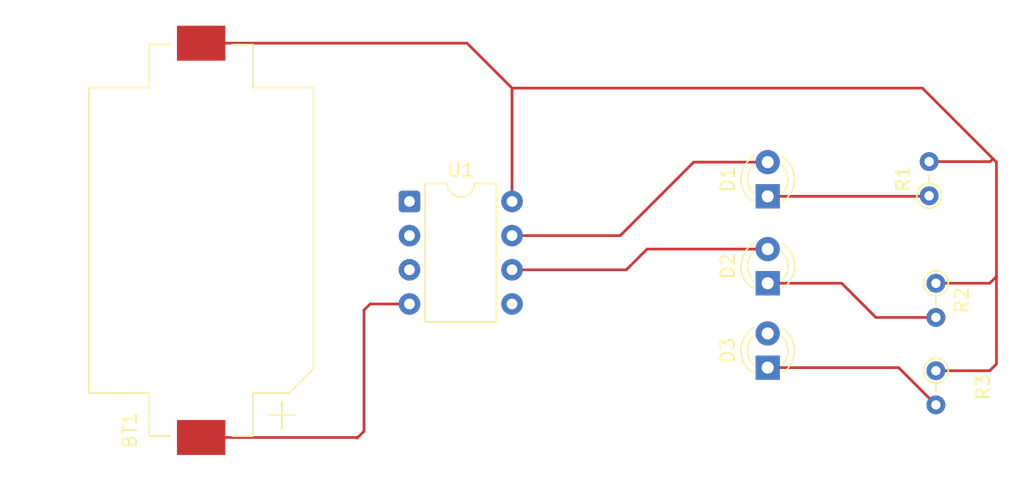
<source format=kicad_pcb>
(kicad_pcb (version 20241229) (generator "pcbnew") (generator_version "9.0")
  (layers (0 "F.Cu" signal) (2 "B.Cu" signal) (13 "F.Paste" user) (15 "B.Paste" user) (5 "F.SilkS" user "F.Silkscreen") (7 "B.SilkS" user "B.Silkscreen") (1 "F.Mask" user) (3 "B.Mask" user) (25 "Edge.Cuts" user))
  (net 0 "")
  (net 1 "GND")
  (net 2 "/5V")
  (net 3 "Net-(D1-K)")
  (net 4 "Net-(D1-A)")
  (net 5 "Net-(D2-K)")
  (net 6 "Net-(D2-A)")
  (net 7 "Net-(D3-A)")
  (net 8 "Net-(D3-K)")
  (footprint "LED_THT:LED_D3.0mm" (layer "F.Cu") (at 174.5 91.54 90)
    (property "Reference" "D1" (at 1.27 -2.96 90) (layer "F.SilkS"))
    (property "Value" "LED")
    (fp_line (start -0.29 -1.236) (end -0.29 -1.08) (stroke (width 0.12)) (layer "F.SilkS"))
    (fp_line (start -0.29 1.08) (end -0.29 1.236) (stroke (width 0.12)) (layer "F.SilkS"))
    (fp_arc (start -0.29 -1.235516) (mid 1.365624 -1.987701) (end 2.941397 -1.080061) (stroke (width 0.12)) (layer "F.SilkS"))
    (fp_arc (start 0.229039 -1.08) (mid 1.269964 -1.5) (end 2.31091 -1.080049) (stroke (width 0.12)) (layer "F.SilkS"))
    (fp_arc (start 2.31091 1.080049) (mid 1.269964 1.5) (end 0.229039 1.08) (stroke (width 0.12)) (layer "F.SilkS"))
    (fp_arc (start 2.941397 1.080061) (mid 1.365624 1.987701) (end -0.29 1.235516) (stroke (width 0.12)) (layer "F.SilkS"))
    (pad "1" thru_hole rect (at 0 0 90) (size 1.8 1.8) (drill 0.9) (layers "*.Cu" "*.Mask") (net 3 "Net-(D1-K)"))
    (pad "2" thru_hole circle (at 2.54 0 90) (size 1.8 1.8) (drill 0.9) (layers "*.Cu" "*.Mask") (net 4 "Net-(D1-A)"))
  )
  (footprint "Resistor_THT:R_Axial_DIN0204_L3.6mm_D1.6mm_P2.54mm_Vertical" (layer "F.Cu") (at 186.5 91.5 90)
    (property "Reference" "R1" (at 1.27 -1.92 90) (layer "F.SilkS"))
    (property "Value" "R")
    (fp_line (start 0.92 0) (end 1.54 0) (stroke (width 0.12)) (layer "F.SilkS"))
    (fp_circle (center 0 0) (end 0.92 0) (stroke (width 0.12)) (fill no) (layer "F.SilkS"))
    (pad "1" thru_hole circle (at 0 0 90) (size 1.4 1.4) (drill 0.7) (layers "*.Cu" "*.Mask") (net 3 "Net-(D1-K)"))
    (pad "2" thru_hole oval (at 2.54 0 90) (size 1.4 1.4) (drill 0.7) (layers "*.Cu" "*.Mask") (net 1 "GND"))
  )
  (footprint "Battery:BatteryHolder_Keystone_1060_1x2032" (layer "F.Cu") (at 132.400467 94.81 90)
    (property "Reference" "BT1" (at -14.125 -5.3 90) (layer "F.SilkS"))
    (property "Value" "Battery_Cell")
    (fp_line (start 11.35 -8.35) (end 11.35 -3.85) (stroke (width 0.12)) (layer "F.SilkS"))
    (fp_line (start -11.35 -8.35) (end 11.35 -8.35) (stroke (width 0.12)) (layer "F.SilkS"))
    (fp_line (start -11.35 -8.35) (end -11.35 -3.85) (stroke (width 0.12)) (layer "F.SilkS"))
    (fp_line (start 14.55 -3.85) (end 14.55 -2.3) (stroke (width 0.12)) (layer "F.SilkS"))
    (fp_line (start 11.35 -3.85) (end 14.55 -3.85) (stroke (width 0.12)) (layer "F.SilkS"))
    (fp_line (start -11.35 -3.85) (end -14.55 -3.85) (stroke (width 0.12)) (layer "F.SilkS"))
    (fp_line (start -14.55 -3.85) (end -14.55 -2.3) (stroke (width 0.12)) (layer "F.SilkS"))
    (fp_line (start 14.55 3.85) (end 14.55 2.3) (stroke (width 0.12)) (layer "F.SilkS"))
    (fp_line (start 11.35 3.85) (end 14.55 3.85) (stroke (width 0.12)) (layer "F.SilkS"))
    (fp_line (start -11.35 3.85) (end -14.55 3.85) (stroke (width 0.12)) (layer "F.SilkS"))
    (fp_line (start -14.55 3.85) (end -14.55 2.3) (stroke (width 0.12)) (layer "F.SilkS"))
    (fp_line (start -13 5) (end -13 7) (stroke (width 0.12)) (layer "F.SilkS"))
    (fp_line (start -12 6) (end -14 6) (stroke (width 0.12)) (layer "F.SilkS"))
    (fp_line (start -11.35 6.55) (end -11.35 3.85) (stroke (width 0.12)) (layer "F.SilkS"))
    (fp_line (start 11.35 8.35) (end 11.35 3.85) (stroke (width 0.12)) (layer "F.SilkS"))
    (fp_line (start 11.35 8.35) (end -9.55 8.35) (stroke (width 0.12)) (layer "F.SilkS"))
    (fp_line (start -9.55 8.35) (end -11.35 6.55) (stroke (width 0.12)) (layer "F.SilkS"))
    (pad "1" smd rect (at -14.65 0 270) (size 2.6 3.6) (layers "F.Cu" "F.Mask" "F.Paste") (net 2 "/5V"))
    (pad "2" smd rect (at 14.65 0 270) (size 2.6 3.6) (layers "F.Cu" "F.Mask" "F.Paste") (net 1 "GND"))
  )
  (footprint "LED_THT:LED_D3.0mm" (layer "F.Cu") (at 174.5 98 90)
    (property "Reference" "D2" (at 1.27 -2.96 90) (layer "F.SilkS"))
    (property "Value" "LED")
    (fp_line (start -0.29 -1.236) (end -0.29 -1.08) (stroke (width 0.12)) (layer "F.SilkS"))
    (fp_line (start -0.29 1.08) (end -0.29 1.236) (stroke (width 0.12)) (layer "F.SilkS"))
    (fp_arc (start -0.29 -1.235516) (mid 1.365624 -1.987701) (end 2.941397 -1.080061) (stroke (width 0.12)) (layer "F.SilkS"))
    (fp_arc (start 0.229039 -1.08) (mid 1.269964 -1.5) (end 2.31091 -1.080049) (stroke (width 0.12)) (layer "F.SilkS"))
    (fp_arc (start 2.31091 1.080049) (mid 1.269964 1.5) (end 0.229039 1.08) (stroke (width 0.12)) (layer "F.SilkS"))
    (fp_arc (start 2.941397 1.080061) (mid 1.365624 1.987701) (end -0.29 1.235516) (stroke (width 0.12)) (layer "F.SilkS"))
    (pad "1" thru_hole rect (at 0 0 90) (size 1.8 1.8) (drill 0.9) (layers "*.Cu" "*.Mask") (net 5 "Net-(D2-K)"))
    (pad "2" thru_hole circle (at 2.54 0 90) (size 1.8 1.8) (drill 0.9) (layers "*.Cu" "*.Mask") (net 6 "Net-(D2-A)"))
  )
  (footprint "Resistor_THT:R_Axial_DIN0204_L3.6mm_D1.6mm_P2.54mm_Vertical" (layer "F.Cu") (at 187 98 -90)
    (property "Reference" "R2" (at 1.27 -1.92 90) (layer "F.SilkS"))
    (property "Value" "R")
    (fp_line (start 0.92 0) (end 1.54 0) (stroke (width 0.12)) (layer "F.SilkS"))
    (fp_circle (center 0 0) (end 0.92 0) (stroke (width 0.12)) (fill no) (layer "F.SilkS"))
    (pad "1" thru_hole circle (at 0 0 270) (size 1.4 1.4) (drill 0.7) (layers "*.Cu" "*.Mask") (net 1 "GND"))
    (pad "2" thru_hole oval (at 2.54 0 270) (size 1.4 1.4) (drill 0.7) (layers "*.Cu" "*.Mask") (net 5 "Net-(D2-K)"))
  )
  (footprint "LED_THT:LED_D3.0mm" (layer "F.Cu") (at 174.5 104.27 90)
    (property "Reference" "D3" (at 1.27 -2.96 90) (layer "F.SilkS"))
    (property "Value" "LED")
    (fp_line (start -0.29 -1.236) (end -0.29 -1.08) (stroke (width 0.12)) (layer "F.SilkS"))
    (fp_line (start -0.29 1.08) (end -0.29 1.236) (stroke (width 0.12)) (layer "F.SilkS"))
    (fp_arc (start -0.29 -1.235516) (mid 1.365624 -1.987701) (end 2.941397 -1.080061) (stroke (width 0.12)) (layer "F.SilkS"))
    (fp_arc (start 0.229039 -1.08) (mid 1.269964 -1.5) (end 2.31091 -1.080049) (stroke (width 0.12)) (layer "F.SilkS"))
    (fp_arc (start 2.31091 1.080049) (mid 1.269964 1.5) (end 0.229039 1.08) (stroke (width 0.12)) (layer "F.SilkS"))
    (fp_arc (start 2.941397 1.080061) (mid 1.365624 1.987701) (end -0.29 1.235516) (stroke (width 0.12)) (layer "F.SilkS"))
    (pad "1" thru_hole rect (at 0 0 90) (size 1.8 1.8) (drill 0.9) (layers "*.Cu" "*.Mask") (net 8 "Net-(D3-K)"))
    (pad "2" thru_hole circle (at 2.54 0 90) (size 1.8 1.8) (drill 0.9) (layers "*.Cu" "*.Mask") (net 7 "Net-(D3-A)"))
  )
  (footprint "Resistor_THT:R_Axial_DIN0204_L3.6mm_D1.6mm_P2.54mm_Vertical" (layer "F.Cu") (at 187 104.5 -90)
    (property "Reference" "R3" (at 1.22 -3.5 90) (layer "F.SilkS"))
    (property "Value" "R")
    (fp_line (start 0.92 0) (end 1.54 0) (stroke (width 0.12)) (layer "F.SilkS"))
    (fp_circle (center 0 0) (end 0.92 0) (stroke (width 0.12)) (fill no) (layer "F.SilkS"))
    (pad "1" thru_hole circle (at 0 0 270) (size 1.4 1.4) (drill 0.7) (layers "*.Cu" "*.Mask") (net 1 "GND"))
    (pad "2" thru_hole oval (at 2.54 0 270) (size 1.4 1.4) (drill 0.7) (layers "*.Cu" "*.Mask") (net 8 "Net-(D3-K)"))
  )
  (footprint "Package_DIP:DIP-8_W7.62mm" (layer "F.Cu") (at 147.88 91.92)
    (property "Reference" "U1" (at 3.81 -2.33 0) (layer "F.SilkS"))
    (property "Value" "ATtiny45-20P")
    (fp_line (start 1.16 -1.33) (end 1.16 8.95) (stroke (width 0.12)) (layer "F.SilkS"))
    (fp_line (start 1.16 8.95) (end 6.46 8.95) (stroke (width 0.12)) (layer "F.SilkS"))
    (fp_line (start 2.81 -1.33) (end 1.16 -1.33) (stroke (width 0.12)) (layer "F.SilkS"))
    (fp_line (start 6.46 -1.33) (end 4.81 -1.33) (stroke (width 0.12)) (layer "F.SilkS"))
    (fp_line (start 6.46 8.95) (end 6.46 -1.33) (stroke (width 0.12)) (layer "F.SilkS"))
    (fp_arc (start 4.81 -1.33) (mid 3.81 -0.33) (end 2.81 -1.33) (stroke (width 0.12)) (layer "F.SilkS"))
    (pad "1" thru_hole roundrect (at 0 0) (size 1.6 1.6) (drill 0.8) (layers "*.Cu" "*.Mask") (roundrect_rratio 0.15625))
    (pad "2" thru_hole circle (at 0 2.54) (size 1.6 1.6) (drill 0.8) (layers "*.Cu" "*.Mask"))
    (pad "3" thru_hole circle (at 0 5.08) (size 1.6 1.6) (drill 0.8) (layers "*.Cu" "*.Mask"))
    (pad "4" thru_hole circle (at 0 7.62) (size 1.6 1.6) (drill 0.8) (layers "*.Cu" "*.Mask") (net 2 "/5V"))
    (pad "5" thru_hole circle (at 7.62 7.62) (size 1.6 1.6) (drill 0.8) (layers "*.Cu" "*.Mask") (net 7 "Net-(D3-A)"))
    (pad "6" thru_hole circle (at 7.62 5.08) (size 1.6 1.6) (drill 0.8) (layers "*.Cu" "*.Mask") (net 6 "Net-(D2-A)"))
    (pad "7" thru_hole circle (at 7.62 2.54) (size 1.6 1.6) (drill 0.8) (layers "*.Cu" "*.Mask") (net 4 "Net-(D1-A)"))
    (pad "8" thru_hole circle (at 7.62 0) (size 1.6 1.6) (drill 0.8) (layers "*.Cu" "*.Mask") (net 1 "GND"))
  )
  (segment (start 191.5 89) (end 191.5 97.5) (width 0.2) (layer "F.Cu") (net 1))
  (segment (start 191 104.5) (end 187 104.5) (width 0.2) (layer "F.Cu") (net 1))
  (segment (start 152.16 80.16) (end 132.400467 80.16) (width 0.2) (layer "F.Cu") (net 1))
  (segment (start 191.5 97.5) (end 191.5 104) (width 0.2) (layer "F.Cu") (net 1))
  (segment (start 191.04 88.96) (end 191.25 88.75) (width 0.2) (layer "F.Cu") (net 1))
  (segment (start 155.5 83.5) (end 186 83.5) (width 0.2) (layer "F.Cu") (net 1))
  (segment (start 187 98) (end 191 98) (width 0.2) (layer "F.Cu") (net 1))
  (segment (start 155.5 83.5) (end 152.16 80.16) (width 0.2) (layer "F.Cu") (net 1))
  (segment (start 186 83.5) (end 191.25 88.75) (width 0.2) (layer "F.Cu") (net 1))
  (segment (start 191 98) (end 191.5 97.5) (width 0.2) (layer "F.Cu") (net 1))
  (segment (start 191.5 104) (end 191 104.5) (width 0.2) (layer "F.Cu") (net 1))
  (segment (start 155.5 91.92) (end 155.5 83.5) (width 0.2) (layer "F.Cu") (net 1))
  (segment (start 186.5 88.96) (end 191.04 88.96) (width 0.2) (layer "F.Cu") (net 1))
  (segment (start 191.25 88.75) (end 191.5 89) (width 0.2) (layer "F.Cu") (net 1))
  (segment (start 143.96 109.46) (end 132.400467 109.46) (width 0.2) (layer "F.Cu") (net 2))
  (segment (start 144.96 99.54) (end 144.5 100) (width 0.2) (layer "F.Cu") (net 2))
  (segment (start 144.5 100) (end 144.5 109) (width 0.2) (layer "F.Cu") (net 2))
  (segment (start 144 109.5) (end 143.96 109.46) (width 0.2) (layer "F.Cu") (net 2))
  (segment (start 144.5 109) (end 144 109.5) (width 0.2) (layer "F.Cu") (net 2))
  (segment (start 147.88 99.54) (end 144.96 99.54) (width 0.2) (layer "F.Cu") (net 2))
  (segment (start 174.5 91.54) (end 186.46 91.54) (width 0.2) (layer "F.Cu") (net 3))
  (segment (start 186.46 91.54) (end 186.5 91.5) (width 0.2) (layer "F.Cu") (net 3))
  (segment (start 169 89) (end 174.5 89) (width 0.2) (layer "F.Cu") (net 4))
  (segment (start 163.54 94.46) (end 169 89) (width 0.2) (layer "F.Cu") (net 4))
  (segment (start 155.5 94.46) (end 163.54 94.46) (width 0.2) (layer "F.Cu") (net 4))
  (segment (start 180 98) (end 182.54 100.54) (width 0.2) (layer "F.Cu") (net 5))
  (segment (start 182.54 100.54) (end 187 100.54) (width 0.2) (layer "F.Cu") (net 5))
  (segment (start 174.5 98) (end 180 98) (width 0.2) (layer "F.Cu") (net 5))
  (segment (start 165.54 95.46) (end 174.5 95.46) (width 0.2) (layer "F.Cu") (net 6))
  (segment (start 164 97) (end 165.54 95.46) (width 0.2) (layer "F.Cu") (net 6))
  (segment (start 155.5 97) (end 164 97) (width 0.2) (layer "F.Cu") (net 6))
  (segment (start 174.5 104.27) (end 184.23 104.27) (width 0.2) (layer "F.Cu") (net 8))
  (segment (start 184.23 104.27) (end 187 107.04) (width 0.2) (layer "F.Cu") (net 8))
)
</source>
